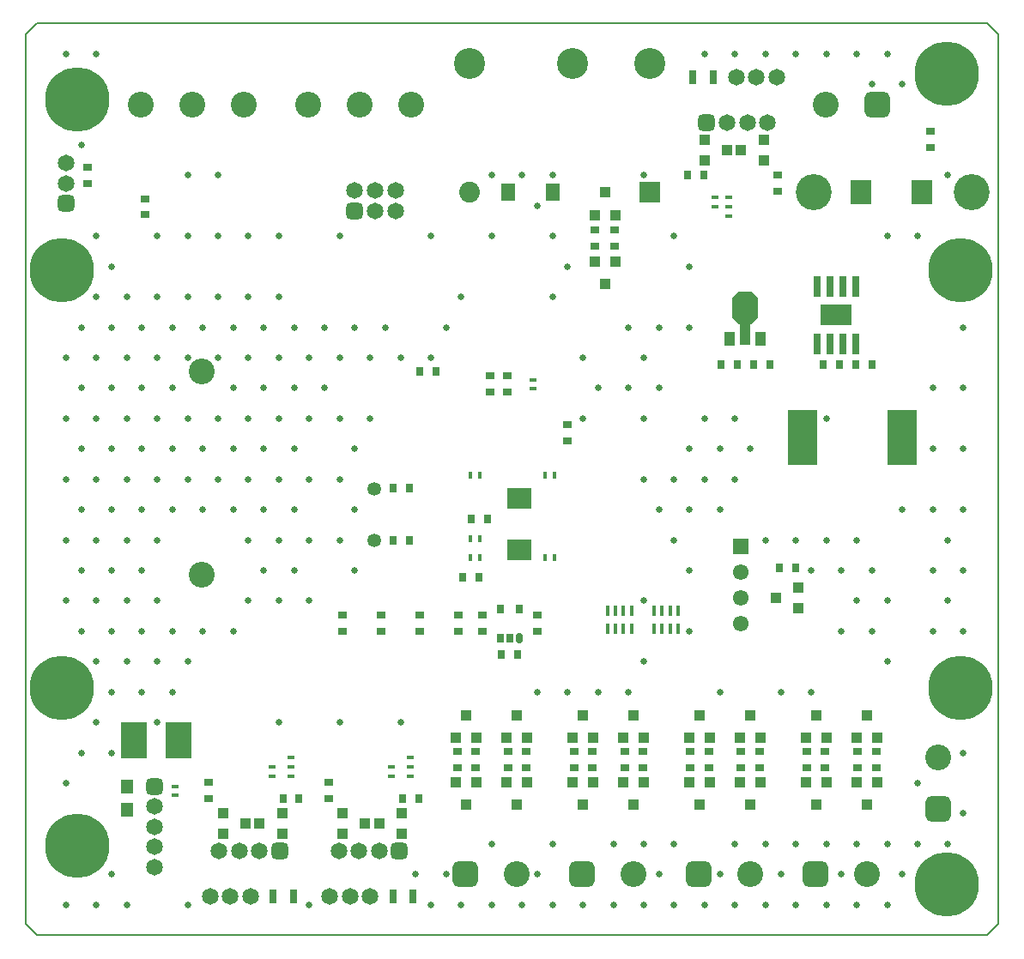
<source format=gbs>
G04*
G04 #@! TF.GenerationSoftware,Altium Limited,Altium Designer,22.5.1 (42)*
G04*
G04 Layer_Color=16711935*
%FSLAX44Y44*%
%MOMM*%
G71*
G04*
G04 #@! TF.SameCoordinates,C65D4A69-D674-4943-BDF1-1C6FB35B3B05*
G04*
G04*
G04 #@! TF.FilePolarity,Negative*
G04*
G01*
G75*
%ADD10C,0.2000*%
%ADD28R,2.0500X2.4500*%
%ADD29R,0.9500X0.6500*%
%ADD30R,0.6500X0.9500*%
%ADD33R,0.4500X1.0500*%
%ADD34R,0.7500X1.3500*%
%ADD36R,0.7500X2.0500*%
%ADD41C,2.5500*%
G04:AMPARAMS|DCode=42|XSize=2.55mm|YSize=2.55mm|CornerRadius=0.65mm|HoleSize=0mm|Usage=FLASHONLY|Rotation=0.000|XOffset=0mm|YOffset=0mm|HoleType=Round|Shape=RoundedRectangle|*
%AMROUNDEDRECTD42*
21,1,2.5500,1.2500,0,0,0.0*
21,1,1.2500,2.5500,0,0,0.0*
1,1,1.3000,0.6250,-0.6250*
1,1,1.3000,-0.6250,-0.6250*
1,1,1.3000,-0.6250,0.6250*
1,1,1.3000,0.6250,0.6250*
%
%ADD42ROUNDEDRECTD42*%
G04:AMPARAMS|DCode=43|XSize=2.55mm|YSize=2.55mm|CornerRadius=0.65mm|HoleSize=0mm|Usage=FLASHONLY|Rotation=90.000|XOffset=0mm|YOffset=0mm|HoleType=Round|Shape=RoundedRectangle|*
%AMROUNDEDRECTD43*
21,1,2.5500,1.2500,0,0,90.0*
21,1,1.2500,2.5500,0,0,90.0*
1,1,1.3000,0.6250,0.6250*
1,1,1.3000,0.6250,-0.6250*
1,1,1.3000,-0.6250,-0.6250*
1,1,1.3000,-0.6250,0.6250*
%
%ADD43ROUNDEDRECTD43*%
%ADD44R,2.0500X2.0500*%
%ADD45C,3.0500*%
%ADD46C,2.0500*%
%ADD47C,1.6500*%
G04:AMPARAMS|DCode=48|XSize=1.65mm|YSize=1.65mm|CornerRadius=0.425mm|HoleSize=0mm|Usage=FLASHONLY|Rotation=180.000|XOffset=0mm|YOffset=0mm|HoleType=Round|Shape=RoundedRectangle|*
%AMROUNDEDRECTD48*
21,1,1.6500,0.8000,0,0,180.0*
21,1,0.8000,1.6500,0,0,180.0*
1,1,0.8500,-0.4000,0.4000*
1,1,0.8500,0.4000,0.4000*
1,1,0.8500,0.4000,-0.4000*
1,1,0.8500,-0.4000,-0.4000*
%
%ADD48ROUNDEDRECTD48*%
%ADD49C,1.5500*%
%ADD50R,1.5500X1.5500*%
%ADD51C,3.5500*%
G04:AMPARAMS|DCode=52|XSize=1.65mm|YSize=1.65mm|CornerRadius=0.425mm|HoleSize=0mm|Usage=FLASHONLY|Rotation=270.000|XOffset=0mm|YOffset=0mm|HoleType=Round|Shape=RoundedRectangle|*
%AMROUNDEDRECTD52*
21,1,1.6500,0.8000,0,0,270.0*
21,1,0.8000,1.6500,0,0,270.0*
1,1,0.8500,-0.4000,-0.4000*
1,1,0.8500,-0.4000,0.4000*
1,1,0.8500,0.4000,0.4000*
1,1,0.8500,0.4000,-0.4000*
%
%ADD52ROUNDEDRECTD52*%
%ADD53C,1.3500*%
%ADD54C,6.3500*%
%ADD55C,0.6500*%
%ADD91R,0.6500X0.4500*%
%ADD92R,1.0500X1.0500*%
%ADD93R,1.0500X1.0500*%
%ADD94R,2.3300X2.0800*%
%ADD95R,0.4500X0.6500*%
%ADD96R,1.2500X1.4500*%
%ADD97R,2.5500X3.5500*%
%ADD98R,2.8500X5.4500*%
%ADD99R,3.0500X2.0500*%
%ADD100R,1.4500X1.7500*%
G04:AMPARAMS|DCode=101|XSize=0.65mm|YSize=0.95mm|CornerRadius=0.175mm|HoleSize=0mm|Usage=FLASHONLY|Rotation=180.000|XOffset=0mm|YOffset=0mm|HoleType=Round|Shape=RoundedRectangle|*
%AMROUNDEDRECTD101*
21,1,0.6500,0.6000,0,0,180.0*
21,1,0.3000,0.9500,0,0,180.0*
1,1,0.3500,-0.1500,0.3000*
1,1,0.3500,0.1500,0.3000*
1,1,0.3500,0.1500,-0.3000*
1,1,0.3500,-0.1500,-0.3000*
%
%ADD101ROUNDEDRECTD101*%
%ADD102R,1.0500X1.3500*%
%ADD103R,1.0500X2.2500*%
G04:AMPARAMS|DCode=104|XSize=2.55mm|YSize=3.25mm|CornerRadius=0mm|HoleSize=0mm|Usage=FLASHONLY|Rotation=180.000|XOffset=0mm|YOffset=0mm|HoleType=Round|Shape=Octagon|*
%AMOCTAGOND104*
4,1,8,0.6375,-1.6250,-0.6375,-1.6250,-1.2750,-0.9875,-1.2750,0.9875,-0.6375,1.6250,0.6375,1.6250,1.2750,0.9875,1.2750,-0.9875,0.6375,-1.6250,0.0*
%
%ADD104OCTAGOND104*%

D10*
X0Y11000D02*
Y889000D01*
Y11000D02*
X11000Y0D01*
X949000D01*
X960000Y11000D01*
Y889000D01*
X949000Y900000D02*
X960000Y889000D01*
X11000Y900000D02*
X949000D01*
X0Y889000D02*
X11000Y900000D01*
D28*
X824000Y733000D02*
D03*
X884000D02*
D03*
D29*
X475500Y536230D02*
D03*
Y552230D02*
D03*
X351000Y316000D02*
D03*
Y300000D02*
D03*
X313000Y316000D02*
D03*
Y300000D02*
D03*
X535000Y488000D02*
D03*
Y504000D02*
D03*
X591000Y165000D02*
D03*
Y181000D02*
D03*
X609000D02*
D03*
Y165000D02*
D03*
X541000Y181000D02*
D03*
Y165000D02*
D03*
X559000D02*
D03*
Y181000D02*
D03*
X299000Y135000D02*
D03*
Y151000D02*
D03*
X821000Y181000D02*
D03*
Y165000D02*
D03*
X839000D02*
D03*
Y181000D02*
D03*
X426000D02*
D03*
Y165000D02*
D03*
X444000D02*
D03*
Y181000D02*
D03*
X476000Y165000D02*
D03*
Y181000D02*
D03*
X494000D02*
D03*
Y165000D02*
D03*
X771000Y181000D02*
D03*
Y165000D02*
D03*
X789000D02*
D03*
Y181000D02*
D03*
X427000Y300000D02*
D03*
Y316000D02*
D03*
X389000Y300000D02*
D03*
Y316000D02*
D03*
X724000Y165000D02*
D03*
X706000Y181000D02*
D03*
X117976Y727000D02*
D03*
Y711000D02*
D03*
X450702Y300000D02*
D03*
Y316000D02*
D03*
X893000Y777250D02*
D03*
Y793250D02*
D03*
X458500Y552230D02*
D03*
Y536230D02*
D03*
X581000Y696000D02*
D03*
X674000Y181000D02*
D03*
X562000Y696000D02*
D03*
X656000Y165000D02*
D03*
X724000Y181000D02*
D03*
X706000Y165000D02*
D03*
X61000Y742000D02*
D03*
Y758000D02*
D03*
X742000Y734000D02*
D03*
X181000Y151000D02*
D03*
X581000Y680000D02*
D03*
X562000D02*
D03*
X742000Y750000D02*
D03*
X181000Y135000D02*
D03*
X674000Y165000D02*
D03*
X656000Y181000D02*
D03*
X504702Y300000D02*
D03*
Y316000D02*
D03*
D30*
X743760Y362850D02*
D03*
X759760D02*
D03*
X389000Y556000D02*
D03*
X405000D02*
D03*
X372000Y135000D02*
D03*
X388000D02*
D03*
X787000Y563000D02*
D03*
X803000D02*
D03*
X819000D02*
D03*
X835000D02*
D03*
X702000D02*
D03*
X686000D02*
D03*
X718000D02*
D03*
X734000D02*
D03*
X379000Y441000D02*
D03*
X363000D02*
D03*
X379000Y390000D02*
D03*
X363000D02*
D03*
X653000Y750000D02*
D03*
X270000Y135000D02*
D03*
X669000Y750000D02*
D03*
X254000Y135000D02*
D03*
X485702Y277000D02*
D03*
X469702D02*
D03*
X487227Y321575D02*
D03*
X468177D02*
D03*
X477702Y293000D02*
D03*
X468177D02*
D03*
X431000Y353000D02*
D03*
X447000D02*
D03*
X440000Y411000D02*
D03*
X456000D02*
D03*
D33*
X644000Y320000D02*
D03*
X620000D02*
D03*
X636000D02*
D03*
X628000D02*
D03*
X644000Y302000D02*
D03*
X620000D02*
D03*
X636000D02*
D03*
X628000D02*
D03*
X598000Y320000D02*
D03*
X574000D02*
D03*
X590000D02*
D03*
X582000D02*
D03*
X598000Y302000D02*
D03*
X574000D02*
D03*
X590000D02*
D03*
X582000D02*
D03*
D34*
X382500Y38082D02*
D03*
X362500D02*
D03*
X678500Y846918D02*
D03*
X658500D02*
D03*
X244500Y38082D02*
D03*
X264500D02*
D03*
D36*
X819050Y640575D02*
D03*
X793650D02*
D03*
X780950D02*
D03*
X819050Y583425D02*
D03*
X793650D02*
D03*
X780950D02*
D03*
X806350Y640575D02*
D03*
Y583425D02*
D03*
D41*
X830000Y60000D02*
D03*
X715000D02*
D03*
X600000D02*
D03*
X485000D02*
D03*
X900000Y175000D02*
D03*
X789200Y820000D02*
D03*
X330000D02*
D03*
X279200D02*
D03*
X380800D02*
D03*
X114200D02*
D03*
X215800D02*
D03*
X165000D02*
D03*
X174000Y556000D02*
D03*
Y356000D02*
D03*
D42*
X779200Y60000D02*
D03*
X664200D02*
D03*
X549200D02*
D03*
X434200D02*
D03*
X840000Y820000D02*
D03*
D43*
X900000Y124200D02*
D03*
D44*
X616200Y733000D02*
D03*
D45*
Y860000D02*
D03*
X540000D02*
D03*
X438400D02*
D03*
D46*
Y733000D02*
D03*
D47*
X309000Y83001D02*
D03*
X329000D02*
D03*
X349000D02*
D03*
X340000Y38000D02*
D03*
X300000D02*
D03*
X320000D02*
D03*
X127000Y67000D02*
D03*
Y127000D02*
D03*
Y107000D02*
D03*
Y87000D02*
D03*
X721000Y847000D02*
D03*
X741000D02*
D03*
X701000D02*
D03*
X202000Y38000D02*
D03*
X182000D02*
D03*
X222000D02*
D03*
X732000Y801999D02*
D03*
X712000D02*
D03*
X692000D02*
D03*
X191000Y83001D02*
D03*
X211000D02*
D03*
X231000D02*
D03*
X40000Y742000D02*
D03*
Y762000D02*
D03*
X325000Y735000D02*
D03*
X365000D02*
D03*
Y715000D02*
D03*
X345000Y735000D02*
D03*
Y715000D02*
D03*
D48*
X369000Y83001D02*
D03*
X672000Y801999D02*
D03*
X251000Y83001D02*
D03*
X325000Y715000D02*
D03*
D49*
X705760Y333150D02*
D03*
Y307750D02*
D03*
Y358550D02*
D03*
D50*
Y383950D02*
D03*
D51*
X933575Y733000D02*
D03*
X778000D02*
D03*
D52*
X127000Y147000D02*
D03*
X40000Y722000D02*
D03*
D53*
X344000Y440800D02*
D03*
Y390000D02*
D03*
D54*
X922317Y656000D02*
D03*
Y244000D02*
D03*
X36317D02*
D03*
Y656000D02*
D03*
X51300Y88100D02*
D03*
X908600Y850100D02*
D03*
X51300Y824700D02*
D03*
X908600Y50000D02*
D03*
D55*
X910000Y750000D02*
D03*
X924999Y600000D02*
D03*
Y540000D02*
D03*
Y480000D02*
D03*
Y420000D02*
D03*
X910000Y390000D02*
D03*
X924999Y360000D02*
D03*
X910000Y330000D02*
D03*
X924999Y300000D02*
D03*
Y180000D02*
D03*
Y120000D02*
D03*
X910000Y90000D02*
D03*
X880000Y690000D02*
D03*
X895000Y540000D02*
D03*
Y480000D02*
D03*
Y420000D02*
D03*
Y360000D02*
D03*
Y300000D02*
D03*
X880000Y150000D02*
D03*
Y90000D02*
D03*
X850000Y870000D02*
D03*
X865000Y840000D02*
D03*
X850000Y690000D02*
D03*
X865000Y420000D02*
D03*
X850000Y330000D02*
D03*
Y270000D02*
D03*
Y90000D02*
D03*
X865000Y60000D02*
D03*
X850000Y30000D02*
D03*
X820000Y870000D02*
D03*
X835000Y840000D02*
D03*
X820000Y390000D02*
D03*
X835000Y360000D02*
D03*
X820000Y330000D02*
D03*
X835000Y300000D02*
D03*
X820000Y90000D02*
D03*
Y30000D02*
D03*
X790000Y870000D02*
D03*
Y510000D02*
D03*
Y390000D02*
D03*
X805000Y360000D02*
D03*
Y300000D02*
D03*
X790000Y90000D02*
D03*
X805000Y60000D02*
D03*
X790000Y30000D02*
D03*
X760000Y870000D02*
D03*
Y390000D02*
D03*
X775000Y360000D02*
D03*
Y240000D02*
D03*
X760000Y90000D02*
D03*
Y30000D02*
D03*
X730000Y870000D02*
D03*
Y390000D02*
D03*
X745000Y240000D02*
D03*
X730000Y90000D02*
D03*
X745000Y60000D02*
D03*
X730000Y30000D02*
D03*
X700000Y870000D02*
D03*
Y510000D02*
D03*
X715000Y480000D02*
D03*
X700000Y450000D02*
D03*
Y90000D02*
D03*
Y30000D02*
D03*
X670000Y870000D02*
D03*
Y510000D02*
D03*
X685000Y480000D02*
D03*
X670000Y450000D02*
D03*
X685000Y420000D02*
D03*
Y240000D02*
D03*
Y60000D02*
D03*
X670000Y30000D02*
D03*
X640000Y690000D02*
D03*
X655000Y660000D02*
D03*
Y600000D02*
D03*
Y480000D02*
D03*
X640000Y450000D02*
D03*
X655000Y420000D02*
D03*
X640000Y390000D02*
D03*
X655000Y360000D02*
D03*
Y300000D02*
D03*
X640000Y90000D02*
D03*
Y30000D02*
D03*
X610000Y750000D02*
D03*
X625000Y600000D02*
D03*
X610000Y570000D02*
D03*
X625000Y540000D02*
D03*
X610000Y510000D02*
D03*
Y450000D02*
D03*
X625000Y420000D02*
D03*
X610000Y330000D02*
D03*
Y270000D02*
D03*
Y90000D02*
D03*
X625000Y60000D02*
D03*
X610000Y30000D02*
D03*
X595000Y600000D02*
D03*
Y540000D02*
D03*
Y240000D02*
D03*
X580000Y90000D02*
D03*
Y30000D02*
D03*
X550000Y570000D02*
D03*
X565000Y540000D02*
D03*
X550000Y510000D02*
D03*
X565000Y240000D02*
D03*
X550000Y30000D02*
D03*
X520000Y750000D02*
D03*
Y690000D02*
D03*
X535000Y660000D02*
D03*
X520000Y630000D02*
D03*
X535000Y240000D02*
D03*
X520000Y90000D02*
D03*
Y30000D02*
D03*
X490000Y750000D02*
D03*
X505000Y720000D02*
D03*
Y240000D02*
D03*
Y60000D02*
D03*
X490000Y30000D02*
D03*
X460000Y750000D02*
D03*
Y690000D02*
D03*
Y90000D02*
D03*
Y30000D02*
D03*
X430000Y630000D02*
D03*
Y30000D02*
D03*
X400000Y690000D02*
D03*
X415000Y600000D02*
D03*
X400000Y570000D02*
D03*
X415000Y60000D02*
D03*
X400000Y30000D02*
D03*
X370000Y570000D02*
D03*
Y210000D02*
D03*
X385000Y60000D02*
D03*
X355000Y600000D02*
D03*
X340000Y570000D02*
D03*
Y510000D02*
D03*
X310000Y690000D02*
D03*
X325000Y600000D02*
D03*
X310000Y570000D02*
D03*
Y510000D02*
D03*
X325000Y480000D02*
D03*
X310000Y450000D02*
D03*
X325000Y420000D02*
D03*
X310000Y390000D02*
D03*
X325000Y360000D02*
D03*
X310000Y210000D02*
D03*
X295000Y600000D02*
D03*
X280000Y570000D02*
D03*
X295000Y540000D02*
D03*
X280000Y510000D02*
D03*
Y450000D02*
D03*
Y390000D02*
D03*
Y330000D02*
D03*
Y30000D02*
D03*
X250000Y690000D02*
D03*
Y630000D02*
D03*
X265000Y600000D02*
D03*
X250000Y570000D02*
D03*
X265000Y540000D02*
D03*
X250000Y510000D02*
D03*
X265000Y480000D02*
D03*
X250000Y450000D02*
D03*
X265000Y420000D02*
D03*
X250000Y390000D02*
D03*
X265000Y360000D02*
D03*
X250000Y330000D02*
D03*
Y210000D02*
D03*
X220000Y690000D02*
D03*
Y630000D02*
D03*
X235000Y600000D02*
D03*
X220000Y570000D02*
D03*
X235000Y540000D02*
D03*
X220000Y510000D02*
D03*
X235000Y480000D02*
D03*
X220000Y450000D02*
D03*
X235000Y420000D02*
D03*
X220000Y390000D02*
D03*
X235000Y360000D02*
D03*
X220000Y330000D02*
D03*
X190000Y750000D02*
D03*
Y690000D02*
D03*
Y630000D02*
D03*
X205000Y600000D02*
D03*
X190000Y570000D02*
D03*
X205000Y540000D02*
D03*
X190000Y510000D02*
D03*
X205000Y480000D02*
D03*
X190000Y450000D02*
D03*
X205000Y420000D02*
D03*
Y300000D02*
D03*
X160000Y750000D02*
D03*
Y690000D02*
D03*
Y630000D02*
D03*
X175000Y600000D02*
D03*
X160000Y570000D02*
D03*
Y510000D02*
D03*
X175000Y480000D02*
D03*
X160000Y450000D02*
D03*
X175000Y420000D02*
D03*
Y300000D02*
D03*
X160000Y270000D02*
D03*
Y30000D02*
D03*
X130000Y690000D02*
D03*
Y630000D02*
D03*
X145000Y600000D02*
D03*
X130000Y570000D02*
D03*
X145000Y540000D02*
D03*
X130000Y510000D02*
D03*
X145000Y480000D02*
D03*
X130000Y450000D02*
D03*
X145000Y420000D02*
D03*
X130000Y390000D02*
D03*
Y330000D02*
D03*
X145000Y300000D02*
D03*
X130000Y270000D02*
D03*
X145000Y240000D02*
D03*
X130000Y210000D02*
D03*
X100000Y630000D02*
D03*
X115000Y600000D02*
D03*
X100000Y570000D02*
D03*
X115000Y540000D02*
D03*
X100000Y510000D02*
D03*
X115000Y480000D02*
D03*
X100000Y450000D02*
D03*
X115000Y420000D02*
D03*
X100000Y390000D02*
D03*
X115000Y360000D02*
D03*
X100000Y330000D02*
D03*
X115000Y300000D02*
D03*
X100000Y270000D02*
D03*
X115000Y240000D02*
D03*
X100000Y30000D02*
D03*
X70000Y870000D02*
D03*
Y690000D02*
D03*
X85000Y660000D02*
D03*
X70000Y630000D02*
D03*
X85000Y600000D02*
D03*
X70000Y570000D02*
D03*
X85000Y540000D02*
D03*
X70000Y510000D02*
D03*
X85000Y480000D02*
D03*
X70000Y450000D02*
D03*
X85000Y420000D02*
D03*
X70000Y390000D02*
D03*
X85000Y360000D02*
D03*
X70000Y330000D02*
D03*
X85000Y300000D02*
D03*
X70000Y270000D02*
D03*
X85000Y240000D02*
D03*
X70000Y210000D02*
D03*
X85000Y180000D02*
D03*
Y60000D02*
D03*
X70000Y30000D02*
D03*
X40000Y870000D02*
D03*
X55000Y780000D02*
D03*
Y600000D02*
D03*
X40000Y570000D02*
D03*
X55000Y540000D02*
D03*
X40000Y510000D02*
D03*
X55000Y480000D02*
D03*
X40000Y450000D02*
D03*
X55000Y420000D02*
D03*
X40000Y390000D02*
D03*
X55000Y360000D02*
D03*
X40000Y330000D02*
D03*
X55000Y300000D02*
D03*
Y180000D02*
D03*
X40000Y150000D02*
D03*
Y30000D02*
D03*
D91*
X694000Y728000D02*
D03*
Y719000D02*
D03*
Y710000D02*
D03*
Y719000D02*
D03*
X380000Y175000D02*
D03*
Y166000D02*
D03*
X262000Y175000D02*
D03*
Y166000D02*
D03*
X380000D02*
D03*
Y157000D02*
D03*
X262000Y166000D02*
D03*
Y157000D02*
D03*
X361000Y157000D02*
D03*
Y166000D02*
D03*
X500500Y539230D02*
D03*
Y548230D02*
D03*
X148000Y138000D02*
D03*
Y147000D02*
D03*
X680000Y719000D02*
D03*
Y728000D02*
D03*
X243000Y166000D02*
D03*
Y157000D02*
D03*
D92*
X762760Y322530D02*
D03*
Y342850D02*
D03*
X740662Y332690D02*
D03*
X335000Y110000D02*
D03*
X312902Y99840D02*
D03*
Y120160D02*
D03*
X371098Y99840D02*
D03*
Y120160D02*
D03*
X349000Y110000D02*
D03*
X669902Y785160D02*
D03*
Y764840D02*
D03*
X692000Y775000D02*
D03*
X253098Y99840D02*
D03*
Y120160D02*
D03*
X231000Y110000D02*
D03*
X706000Y775000D02*
D03*
X728098Y785160D02*
D03*
Y764840D02*
D03*
X217000Y110000D02*
D03*
X194902Y99840D02*
D03*
Y120160D02*
D03*
D93*
X600000Y129000D02*
D03*
X589840Y151098D02*
D03*
X610160D02*
D03*
X589840Y194902D02*
D03*
X610160D02*
D03*
X600000Y217000D02*
D03*
X550000Y129000D02*
D03*
X539840Y151098D02*
D03*
X560160D02*
D03*
X539840Y194902D02*
D03*
X560160D02*
D03*
X550000Y217000D02*
D03*
X424840Y194902D02*
D03*
X445160D02*
D03*
X435000Y217000D02*
D03*
X830000Y129000D02*
D03*
X819840Y151098D02*
D03*
X840160D02*
D03*
X819840Y194902D02*
D03*
X840160D02*
D03*
X830000Y217000D02*
D03*
X445160Y151098D02*
D03*
X424840D02*
D03*
X435000Y129000D02*
D03*
X495160Y151098D02*
D03*
X474840D02*
D03*
X485000Y129000D02*
D03*
X474840Y194902D02*
D03*
X495160D02*
D03*
X485000Y217000D02*
D03*
X780000Y129000D02*
D03*
X769840Y151098D02*
D03*
X790160D02*
D03*
X769840Y194902D02*
D03*
X790160D02*
D03*
X780000Y217000D02*
D03*
X715000D02*
D03*
X725160Y194902D02*
D03*
X704840D02*
D03*
X665000Y217000D02*
D03*
X675160Y194902D02*
D03*
X654840D02*
D03*
X572000Y643000D02*
D03*
X561840Y665098D02*
D03*
X582160D02*
D03*
X561840Y710902D02*
D03*
X582160D02*
D03*
X572000Y733000D02*
D03*
X665000Y129000D02*
D03*
X654840Y151098D02*
D03*
X675160D02*
D03*
X715000Y129000D02*
D03*
X704840Y151098D02*
D03*
X725160D02*
D03*
D94*
X487000Y380000D02*
D03*
Y431000D02*
D03*
D95*
X522000Y373000D02*
D03*
X513000D02*
D03*
X448000D02*
D03*
X439000D02*
D03*
X522000Y454000D02*
D03*
X513000D02*
D03*
X439000D02*
D03*
X448000D02*
D03*
X439000Y391000D02*
D03*
X448000D02*
D03*
D96*
X100000Y147000D02*
D03*
Y124000D02*
D03*
D97*
X107000Y192000D02*
D03*
X151450D02*
D03*
D98*
X865000Y491000D02*
D03*
X767000D02*
D03*
D99*
X800000Y612000D02*
D03*
D100*
X520000Y733000D02*
D03*
X476000D02*
D03*
D101*
X487227Y293000D02*
D03*
D102*
X725000Y589000D02*
D03*
X695000D02*
D03*
D103*
X710000Y593500D02*
D03*
D104*
Y619000D02*
D03*
M02*

</source>
